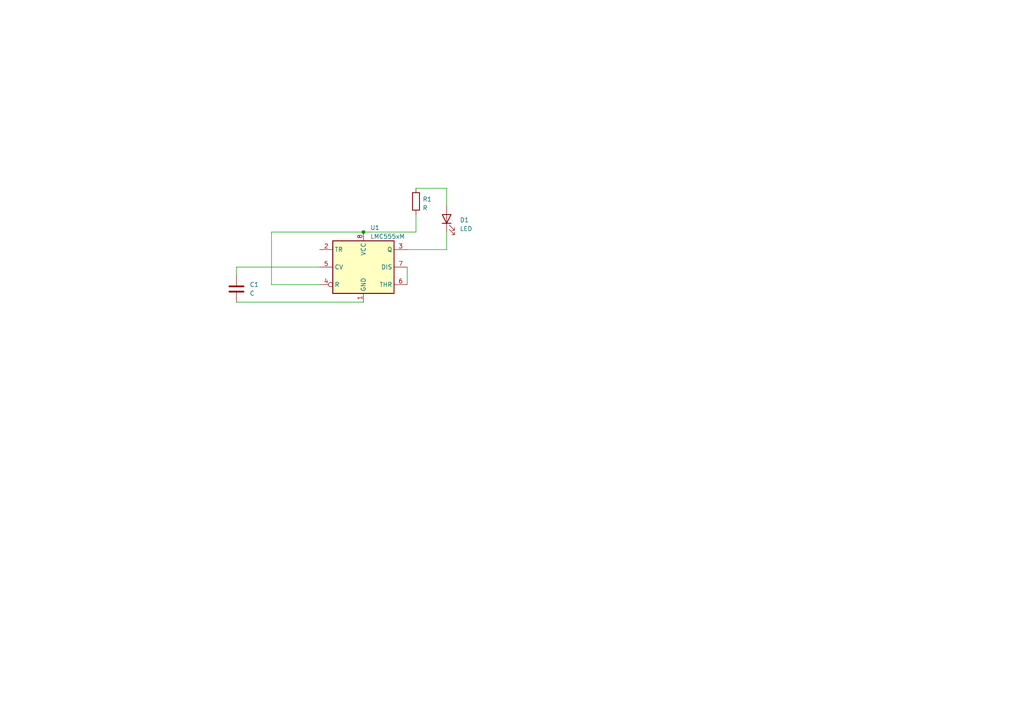
<source format=kicad_sch>
(kicad_sch (version 20231120) (generator "eeschema") (generator_version "8.0")
  (paper "A4")
  (lib_symbols
    (symbol "Device:C" (pin_numbers hide) (pin_names (offset 0.254))
      (property "Reference" "C" (at 0.635 2.54 0))
      (property "Value" "C" (at 0.635 -2.54 0))
      (symbol "C_0_1"
        (polyline (pts (xy -2.032 -0.762) (xy 2.032 -0.762)) (stroke (width 0.508)))
        (polyline (pts (xy -2.032 0.762) (xy 2.032 0.762)) (stroke (width 0.508)))
      )
      (symbol "C_1_1"
        (pin passive line (at 0 3.81 270) (length 2.794) (name "~") (number "1"))
        (pin passive line (at 0 -3.81 90) (length 2.794) (name "~") (number "2"))
      )
    )
    (symbol "Device:LED" (pin_numbers hide) (pin_names (offset 1.016) hide)
      (property "Reference" "D" (at 0 2.54 0))
      (property "Value" "LED" (at 0 -2.54 0))
      (symbol "LED_0_1"
        (polyline (pts (xy -1.27 -1.27) (xy -1.27 1.27)) (stroke (width 0.254)))
        (polyline (pts (xy -1.27 0) (xy 1.27 0)))
        (polyline (pts (xy 1.27 -1.27) (xy 1.27 1.27) (xy -1.27 0) (xy 1.27 -1.27)) (stroke (width 0.254)))
        (polyline (pts (xy -3.048 -0.762) (xy -4.572 -2.286) (xy -3.81 -2.286) (xy -4.572 -2.286) (xy -4.572 -1.524)))
        (polyline (pts (xy -1.778 -0.762) (xy -3.302 -2.286) (xy -2.54 -2.286) (xy -3.302 -2.286) (xy -3.302 -1.524)))
      )
      (symbol "LED_1_1"
        (pin passive line (at -3.81 0 0) (length 2.54) (name "K") (number "1"))
        (pin passive line (at 3.81 0 180) (length 2.54) (name "A") (number "2"))
      )
    )
    (symbol "Device:R" (pin_numbers hide) (pin_names (offset 0))
      (property "Reference" "R" (at 2.032 0 90))
      (property "Value" "R" (at 0 0 90))
      (symbol "R_0_1"
        (rectangle (start -1.016 -2.54) (end 1.016 2.54) (stroke (width 0.254)))
      )
      (symbol "R_1_1"
        (pin passive line (at 0 3.81 270) (length 1.27) (name "~") (number "1"))
        (pin passive line (at 0 -3.81 90) (length 1.27) (name "~") (number "2"))
      )
    )
    (symbol "Timer:LMC555xM"
      (property "Reference" "U" (at -10.16 8.89 0))
      (property "Value" "LMC555xM" (at 2.54 8.89 0))
      (symbol "LMC555xM_0_0"
        (pin power_in line (at 0 -10.16 90) (length 2.54) (name "GND") (number "1"))
        (pin power_in line (at 0 10.16 270) (length 2.54) (name "VCC") (number "8"))
      )
      (symbol "LMC555xM_0_1"
        (rectangle (start -8.89 -7.62) (end 8.89 7.62) (stroke (width 0.254)) (fill (type background)))
        (rectangle (start -8.89 -7.62) (end 8.89 7.62) (stroke (width 0.254)) (fill (type background)))
      )
      (symbol "LMC555xM_1_1"
        (pin input line (at -12.7 5.08 0) (length 3.81) (name "TR") (number "2"))
        (pin output line (at 12.7 5.08 180) (length 3.81) (name "Q") (number "3"))
        (pin input inverted (at -12.7 -5.08 0) (length 3.81) (name "R") (number "4"))
        (pin input line (at -12.7 0 0) (length 3.81) (name "CV") (number "5"))
        (pin input line (at 12.7 -5.08 180) (length 3.81) (name "THR") (number "6"))
        (pin input line (at 12.7 0 180) (length 3.81) (name "DIS") (number "7"))
      )
    )
  )
  (junction (at 105.41 67.31))
  (wire (pts (xy 120.65 62.23) (xy 120.65 67.31)))
  (wire (pts (xy 129.54 54.61) (xy 129.54 59.69)))
  (wire (pts (xy 120.65 54.61) (xy 129.54 54.61)))
  (wire (pts (xy 78.74 82.55) (xy 78.74 67.31)))
  (wire (pts (xy 68.58 80.01) (xy 68.58 77.47)))
  (wire (pts (xy 68.58 77.47) (xy 92.71 77.47)))
  (wire (pts (xy 92.71 82.55) (xy 78.74 82.55)))
  (wire (pts (xy 120.65 67.31) (xy 105.41 67.31)))
  (wire (pts (xy 78.74 67.31) (xy 105.41 67.31)))
  (wire (pts (xy 68.58 87.63) (xy 105.41 87.63)))
  (wire (pts (xy 118.11 77.47) (xy 118.11 82.55)))
  (wire (pts (xy 129.54 72.39) (xy 118.11 72.39)))
  (wire (pts (xy 129.54 67.31) (xy 129.54 72.39)))
  (symbol (lib_id "Device:LED") (at 129.54 63.5 90) (unit 1)
    (property "Reference" "D1" (at 133.35 63.8174 90) (effects (justify right)))
    (property "Value" "LED" (at 133.35 66.3574 90) (effects (justify right)))
    (property "Footprint" "LED_SMD:LED_0805_2012Metric" (effects (hide yes)))
    (property "Description" "Light emitting diode" (effects (hide yes)))
  )
  (symbol (lib_id "Timer:LMC555xM") (at 105.41 77.47 0) (unit 1)
    (property "Reference" "U1" (at 107.3659 66.04 0) (effects (justify left)))
    (property "Value" "LMC555xM" (at 107.3659 68.58 0) (effects (justify left)))
    (property "Footprint" "Package_SO:SOIC-8_3.9x4.9mm_P1.27mm" (effects (hide yes)))
    (property "Datasheet" "http://www.ti.com/lit/ds/symlink/lmc555.pdf" (effects (hide yes)))
  )
  (symbol (lib_id "Device:R") (at 120.65 58.42 0) (unit 1)
    (property "Reference" "R1" (at 122.555 57.785 0) (effects (justify left)))
    (property "Value" "R" (at 122.555 60.325 0) (effects (justify left)))
    (property "Footprint" "Resistor_SMD:R_0805_2012Metric" (effects (hide yes)))
  )
  (symbol (lib_id "Device:C") (at 68.58 83.82 0) (unit 1)
    (property "Reference" "C1" (at 72.39 82.5499 0) (effects (justify left)))
    (property "Value" "C" (at 72.39 85.0899 0) (effects (justify left)))
    (property "Footprint" "Capacitor_SMD:C_0805_2012Metric" (effects (hide yes)))
    (property "Description" "Unpolarized capacitor" (effects (hide yes)))
  )
)
</source>
